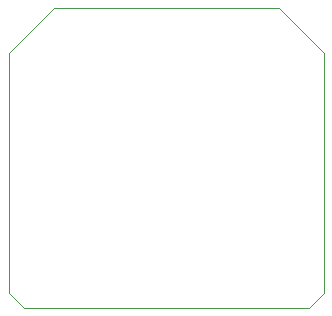
<source format=gbr>
G04 #@! TF.FileFunction,Profile,NP*
%FSLAX46Y46*%
G04 Gerber Fmt 4.6, Leading zero omitted, Abs format (unit mm)*
G04 Created by KiCad (PCBNEW (2016-07-11 BZR 6975, Git 98ad509)-product) date Sat Aug 13 17:34:52 2016*
%MOMM*%
%LPD*%
G01*
G04 APERTURE LIST*
%ADD10C,0.100000*%
G04 APERTURE END LIST*
D10*
X201930000Y-75565000D02*
X205740000Y-79375000D01*
X194310000Y-75565000D02*
X201930000Y-75565000D01*
X194310000Y-75565000D02*
X182880000Y-75565000D01*
X205740000Y-99695000D02*
X205740000Y-79375000D01*
X205740000Y-99695000D02*
X204470000Y-100965000D01*
X179070000Y-79375000D02*
X179070000Y-99695000D01*
X180340000Y-100965000D02*
X204470000Y-100965000D01*
X179070000Y-99695000D02*
X180340000Y-100965000D01*
X182880000Y-75565000D02*
X179070000Y-79375000D01*
M02*

</source>
